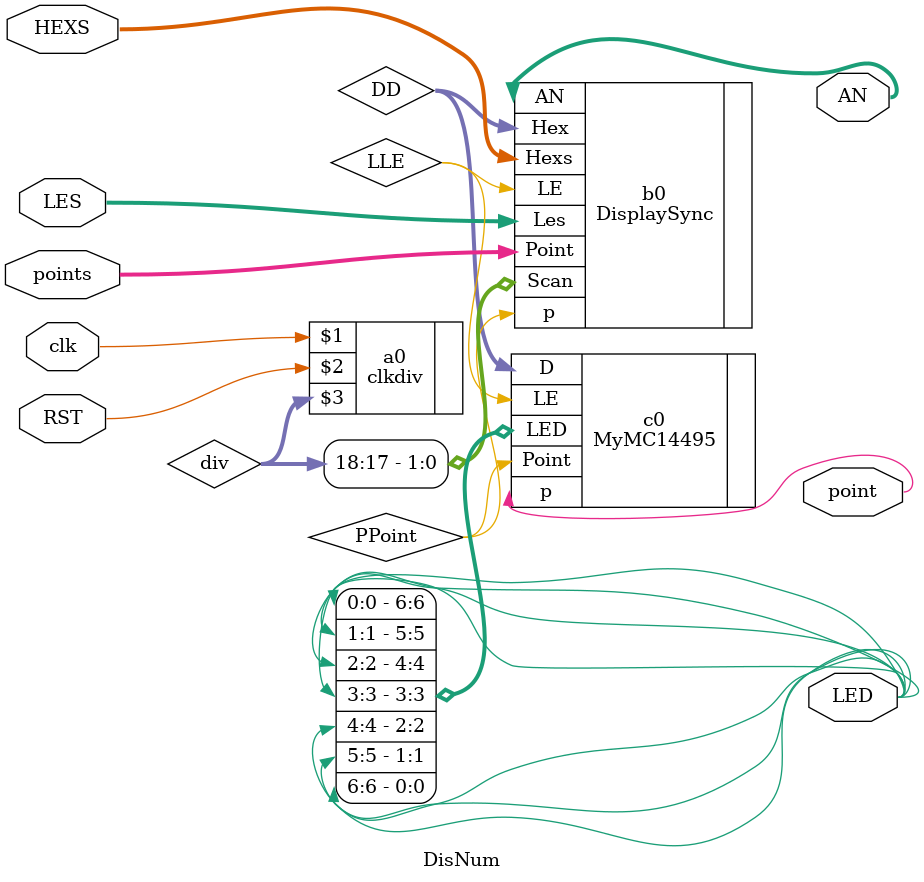
<source format=v>
`timescale 1ns / 1ps
module DisNum(
	input wire clk,
	input wire RST,
	input wire[15:0]HEXS,
	input wire[3:0]points,
	input wire[3:0]LES,
	output wire[3:0]AN,
	output wire point,
	output wire[6:0] LED
    );
	wire[31:0] div;
	clkdiv a0(clk,RST,div);
	wire[3:0]DD;
	wire PPoint;
	wire LLE;
	DisplaySync b0(.Hexs(HEXS[15:0]),.Scan(div[18:17]),.Point(points[3:0]),.Les(LES[3:0]),.Hex(DD[3:0]),.p(PPoint),.LE(LLE),.AN(AN[3:0]));
	MyMC14495 c0(.D(DD[3:0]),.LE(LLE),.Point(PPoint),.LED({LED[0],LED[1],LED[2],LED[3],LED[4],LED[5],LED[6]}),.p(point));
endmodule

</source>
